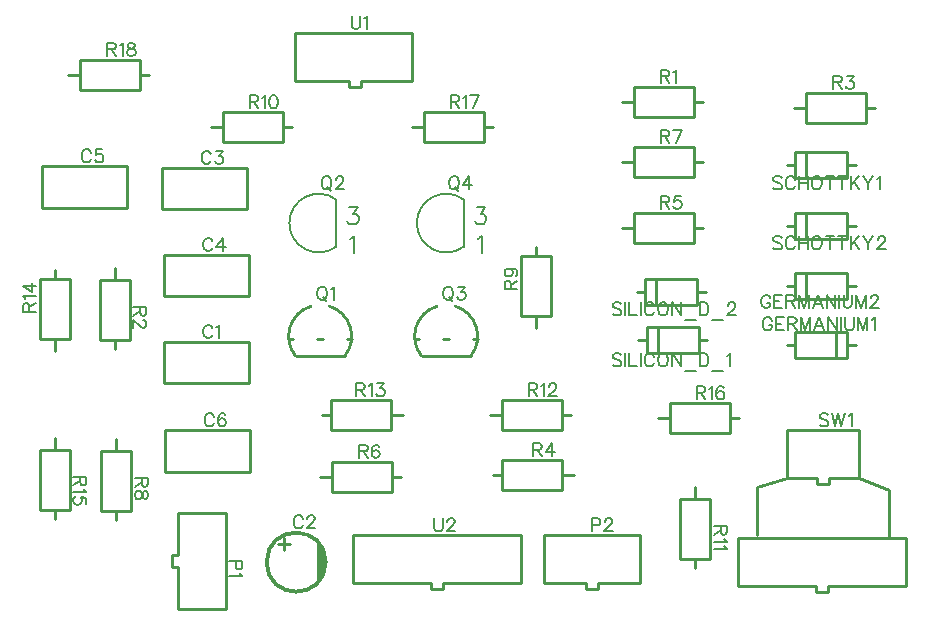
<source format=gto>
G04 Layer: TopSilkscreenLayer*
G04 EasyEDA v6.5.34, 2023-09-12 23:43:32*
G04 1e945d1d77d541fea1df0e41f1a3b175,2c7f107921f9494b8657ce3d0c88cbd9,10*
G04 Gerber Generator version 0.2*
G04 Scale: 100 percent, Rotated: No, Reflected: No *
G04 Dimensions in millimeters *
G04 leading zeros omitted , absolute positions ,4 integer and 5 decimal *
%FSLAX45Y45*%
%MOMM*%

%ADD10C,0.1524*%
%ADD11C,0.1499*%
%ADD12C,0.2540*%
%ADD13C,0.2007*%
%ADD14C,0.3000*%
%ADD15C,0.0113*%

%LPD*%
D10*
X7298943Y13218921D02*
G01*
X7288529Y13229336D01*
X7273036Y13234416D01*
X7252208Y13234416D01*
X7236713Y13229336D01*
X7226300Y13218921D01*
X7226300Y13208507D01*
X7231379Y13198094D01*
X7236713Y13192760D01*
X7247127Y13187679D01*
X7278370Y13177266D01*
X7288529Y13172186D01*
X7293863Y13166852D01*
X7298943Y13156437D01*
X7298943Y13140944D01*
X7288529Y13130529D01*
X7273036Y13125450D01*
X7252208Y13125450D01*
X7236713Y13130529D01*
X7226300Y13140944D01*
X7411211Y13208507D02*
G01*
X7406131Y13218921D01*
X7395718Y13229336D01*
X7385304Y13234416D01*
X7364475Y13234416D01*
X7354061Y13229336D01*
X7343647Y13218921D01*
X7338568Y13208507D01*
X7333234Y13192760D01*
X7333234Y13166852D01*
X7338568Y13151357D01*
X7343647Y13140944D01*
X7354061Y13130529D01*
X7364475Y13125450D01*
X7385304Y13125450D01*
X7395718Y13130529D01*
X7406131Y13140944D01*
X7411211Y13151357D01*
X7445502Y13234416D02*
G01*
X7445502Y13125450D01*
X7518400Y13234416D02*
G01*
X7518400Y13125450D01*
X7445502Y13182600D02*
G01*
X7518400Y13182600D01*
X7583677Y13234416D02*
G01*
X7573263Y13229336D01*
X7562850Y13218921D01*
X7557770Y13208507D01*
X7552690Y13192760D01*
X7552690Y13166852D01*
X7557770Y13151357D01*
X7562850Y13140944D01*
X7573263Y13130529D01*
X7583677Y13125450D01*
X7604506Y13125450D01*
X7614920Y13130529D01*
X7625334Y13140944D01*
X7630413Y13151357D01*
X7635747Y13166852D01*
X7635747Y13192760D01*
X7630413Y13208507D01*
X7625334Y13218921D01*
X7614920Y13229336D01*
X7604506Y13234416D01*
X7583677Y13234416D01*
X7706359Y13234416D02*
G01*
X7706359Y13125450D01*
X7670038Y13234416D02*
G01*
X7742681Y13234416D01*
X7813293Y13234416D02*
G01*
X7813293Y13125450D01*
X7776972Y13234416D02*
G01*
X7849870Y13234416D01*
X7884159Y13234416D02*
G01*
X7884159Y13125450D01*
X7956804Y13234416D02*
G01*
X7884159Y13161771D01*
X7910068Y13187679D02*
G01*
X7956804Y13125450D01*
X7991093Y13234416D02*
G01*
X8032750Y13182600D01*
X8032750Y13125450D01*
X8074152Y13234416D02*
G01*
X8032750Y13182600D01*
X8108441Y13213587D02*
G01*
X8118856Y13218921D01*
X8134350Y13234416D01*
X8134350Y13125450D01*
X7298943Y12710921D02*
G01*
X7288529Y12721336D01*
X7273036Y12726415D01*
X7252208Y12726415D01*
X7236713Y12721336D01*
X7226300Y12710921D01*
X7226300Y12700508D01*
X7231379Y12690094D01*
X7236713Y12684760D01*
X7247127Y12679679D01*
X7278370Y12669265D01*
X7288529Y12664186D01*
X7293863Y12658852D01*
X7298943Y12648437D01*
X7298943Y12632944D01*
X7288529Y12622529D01*
X7273036Y12617450D01*
X7252208Y12617450D01*
X7236713Y12622529D01*
X7226300Y12632944D01*
X7411211Y12700508D02*
G01*
X7406131Y12710921D01*
X7395718Y12721336D01*
X7385304Y12726415D01*
X7364475Y12726415D01*
X7354061Y12721336D01*
X7343647Y12710921D01*
X7338568Y12700508D01*
X7333234Y12684760D01*
X7333234Y12658852D01*
X7338568Y12643358D01*
X7343647Y12632944D01*
X7354061Y12622529D01*
X7364475Y12617450D01*
X7385304Y12617450D01*
X7395718Y12622529D01*
X7406131Y12632944D01*
X7411211Y12643358D01*
X7445502Y12726415D02*
G01*
X7445502Y12617450D01*
X7518400Y12726415D02*
G01*
X7518400Y12617450D01*
X7445502Y12674600D02*
G01*
X7518400Y12674600D01*
X7583677Y12726415D02*
G01*
X7573263Y12721336D01*
X7562850Y12710921D01*
X7557770Y12700508D01*
X7552690Y12684760D01*
X7552690Y12658852D01*
X7557770Y12643358D01*
X7562850Y12632944D01*
X7573263Y12622529D01*
X7583677Y12617450D01*
X7604506Y12617450D01*
X7614920Y12622529D01*
X7625334Y12632944D01*
X7630413Y12643358D01*
X7635747Y12658852D01*
X7635747Y12684760D01*
X7630413Y12700508D01*
X7625334Y12710921D01*
X7614920Y12721336D01*
X7604506Y12726415D01*
X7583677Y12726415D01*
X7706359Y12726415D02*
G01*
X7706359Y12617450D01*
X7670038Y12726415D02*
G01*
X7742681Y12726415D01*
X7813293Y12726415D02*
G01*
X7813293Y12617450D01*
X7776972Y12726415D02*
G01*
X7849870Y12726415D01*
X7884159Y12726415D02*
G01*
X7884159Y12617450D01*
X7956804Y12726415D02*
G01*
X7884159Y12653771D01*
X7910068Y12679679D02*
G01*
X7956804Y12617450D01*
X7991093Y12726415D02*
G01*
X8032750Y12674600D01*
X8032750Y12617450D01*
X8074152Y12726415D02*
G01*
X8032750Y12674600D01*
X8113775Y12700508D02*
G01*
X8113775Y12705587D01*
X8118856Y12716002D01*
X8124190Y12721336D01*
X8134350Y12726415D01*
X8155177Y12726415D01*
X8165591Y12721336D01*
X8170925Y12716002D01*
X8176006Y12705587D01*
X8176006Y12695174D01*
X8170925Y12684760D01*
X8160511Y12669265D01*
X8108441Y12617450D01*
X8181340Y12617450D01*
X3657600Y14593316D02*
G01*
X3657600Y14515337D01*
X3662679Y14499844D01*
X3673093Y14489429D01*
X3688841Y14484350D01*
X3699256Y14484350D01*
X3714750Y14489429D01*
X3725163Y14499844D01*
X3730243Y14515337D01*
X3730243Y14593316D01*
X3764534Y14572487D02*
G01*
X3774947Y14577821D01*
X3790695Y14593316D01*
X3790695Y14484350D01*
X2478277Y11951208D02*
G01*
X2472943Y11961621D01*
X2462529Y11972036D01*
X2452115Y11977115D01*
X2431541Y11977115D01*
X2421127Y11972036D01*
X2410713Y11961621D01*
X2405379Y11951208D01*
X2400300Y11935460D01*
X2400300Y11909552D01*
X2405379Y11894058D01*
X2410713Y11883644D01*
X2421127Y11873229D01*
X2431541Y11868150D01*
X2452115Y11868150D01*
X2462529Y11873229D01*
X2472943Y11883644D01*
X2478277Y11894058D01*
X2512568Y11956287D02*
G01*
X2522981Y11961621D01*
X2538475Y11977115D01*
X2538475Y11868150D01*
X3243325Y10338308D02*
G01*
X3238245Y10348721D01*
X3227831Y10359136D01*
X3217418Y10364215D01*
X3196590Y10364215D01*
X3186175Y10359136D01*
X3176015Y10348721D01*
X3170681Y10338308D01*
X3165602Y10322560D01*
X3165602Y10296652D01*
X3170681Y10281158D01*
X3176015Y10270744D01*
X3186175Y10260329D01*
X3196590Y10255250D01*
X3217418Y10255250D01*
X3227831Y10260329D01*
X3238245Y10270744D01*
X3243325Y10281158D01*
X3282950Y10338308D02*
G01*
X3282950Y10343387D01*
X3288029Y10353802D01*
X3293363Y10359136D01*
X3303777Y10364215D01*
X3324606Y10364215D01*
X3334765Y10359136D01*
X3340100Y10353802D01*
X3345179Y10343387D01*
X3345179Y10332974D01*
X3340100Y10322560D01*
X3329686Y10307065D01*
X3277615Y10255250D01*
X3350513Y10255250D01*
X2465577Y13424407D02*
G01*
X2460243Y13434821D01*
X2449829Y13445236D01*
X2439415Y13450316D01*
X2418841Y13450316D01*
X2408427Y13445236D01*
X2398013Y13434821D01*
X2392679Y13424407D01*
X2387600Y13408660D01*
X2387600Y13382752D01*
X2392679Y13367257D01*
X2398013Y13356844D01*
X2408427Y13346429D01*
X2418841Y13341350D01*
X2439415Y13341350D01*
X2449829Y13346429D01*
X2460243Y13356844D01*
X2465577Y13367257D01*
X2510281Y13450316D02*
G01*
X2567431Y13450316D01*
X2536190Y13408660D01*
X2551684Y13408660D01*
X2562097Y13403579D01*
X2567431Y13398500D01*
X2572511Y13382752D01*
X2572511Y13372337D01*
X2567431Y13356844D01*
X2557018Y13346429D01*
X2541270Y13341350D01*
X2525775Y13341350D01*
X2510281Y13346429D01*
X2504947Y13351510D01*
X2499868Y13361924D01*
X2478277Y12687808D02*
G01*
X2472943Y12698221D01*
X2462529Y12708636D01*
X2452115Y12713715D01*
X2431541Y12713715D01*
X2421127Y12708636D01*
X2410713Y12698221D01*
X2405379Y12687808D01*
X2400300Y12672060D01*
X2400300Y12646152D01*
X2405379Y12630658D01*
X2410713Y12620244D01*
X2421127Y12609829D01*
X2431541Y12604750D01*
X2452115Y12604750D01*
X2462529Y12609829D01*
X2472943Y12620244D01*
X2478277Y12630658D01*
X2564384Y12713715D02*
G01*
X2512568Y12641071D01*
X2590545Y12641071D01*
X2564384Y12713715D02*
G01*
X2564384Y12604750D01*
X1449578Y13437107D02*
G01*
X1444244Y13447521D01*
X1433829Y13457936D01*
X1423415Y13463016D01*
X1402842Y13463016D01*
X1392428Y13457936D01*
X1382013Y13447521D01*
X1376679Y13437107D01*
X1371600Y13421360D01*
X1371600Y13395452D01*
X1376679Y13379957D01*
X1382013Y13369544D01*
X1392428Y13359129D01*
X1402842Y13354050D01*
X1423415Y13354050D01*
X1433829Y13359129D01*
X1444244Y13369544D01*
X1449578Y13379957D01*
X1546097Y13463016D02*
G01*
X1494281Y13463016D01*
X1488947Y13416279D01*
X1494281Y13421360D01*
X1509776Y13426694D01*
X1525270Y13426694D01*
X1541018Y13421360D01*
X1551431Y13411200D01*
X1556512Y13395452D01*
X1556512Y13385037D01*
X1551431Y13369544D01*
X1541018Y13359129D01*
X1525270Y13354050D01*
X1509776Y13354050D01*
X1494281Y13359129D01*
X1488947Y13364210D01*
X1483868Y13374624D01*
X2490977Y11201908D02*
G01*
X2485643Y11212321D01*
X2475229Y11222736D01*
X2464815Y11227815D01*
X2444241Y11227815D01*
X2433827Y11222736D01*
X2423413Y11212321D01*
X2418079Y11201908D01*
X2413000Y11186160D01*
X2413000Y11160252D01*
X2418079Y11144758D01*
X2423413Y11134344D01*
X2433827Y11123929D01*
X2444241Y11118850D01*
X2464815Y11118850D01*
X2475229Y11123929D01*
X2485643Y11134344D01*
X2490977Y11144758D01*
X2587497Y11212321D02*
G01*
X2582418Y11222736D01*
X2566670Y11227815D01*
X2556256Y11227815D01*
X2540761Y11222736D01*
X2530347Y11206987D01*
X2525268Y11181079D01*
X2525268Y11155171D01*
X2530347Y11134344D01*
X2540761Y11123929D01*
X2556256Y11118850D01*
X2561590Y11118850D01*
X2577084Y11123929D01*
X2587497Y11134344D01*
X2592831Y11149837D01*
X2592831Y11155171D01*
X2587497Y11170665D01*
X2577084Y11181079D01*
X2561590Y11186160D01*
X2556256Y11186160D01*
X2540761Y11181079D01*
X2530347Y11170665D01*
X2525268Y11155171D01*
X7215377Y12014708D02*
G01*
X7210043Y12025121D01*
X7199629Y12035536D01*
X7189470Y12040615D01*
X7168641Y12040615D01*
X7158227Y12035536D01*
X7147813Y12025121D01*
X7142479Y12014708D01*
X7137400Y11998960D01*
X7137400Y11973052D01*
X7142479Y11957558D01*
X7147813Y11947144D01*
X7158227Y11936729D01*
X7168641Y11931650D01*
X7189470Y11931650D01*
X7199629Y11936729D01*
X7210043Y11947144D01*
X7215377Y11957558D01*
X7215377Y11973052D01*
X7189470Y11973052D02*
G01*
X7215377Y11973052D01*
X7249668Y12040615D02*
G01*
X7249668Y11931650D01*
X7249668Y12040615D02*
G01*
X7317231Y12040615D01*
X7249668Y11988800D02*
G01*
X7291070Y11988800D01*
X7249668Y11931650D02*
G01*
X7317231Y11931650D01*
X7351522Y12040615D02*
G01*
X7351522Y11931650D01*
X7351522Y12040615D02*
G01*
X7398258Y12040615D01*
X7413752Y12035536D01*
X7419086Y12030202D01*
X7424165Y12019787D01*
X7424165Y12009374D01*
X7419086Y11998960D01*
X7413752Y11993879D01*
X7398258Y11988800D01*
X7351522Y11988800D01*
X7387843Y11988800D02*
G01*
X7424165Y11931650D01*
X7458456Y12040615D02*
G01*
X7458456Y11931650D01*
X7458456Y12040615D02*
G01*
X7500111Y11931650D01*
X7541513Y12040615D02*
G01*
X7500111Y11931650D01*
X7541513Y12040615D02*
G01*
X7541513Y11931650D01*
X7617459Y12040615D02*
G01*
X7575804Y11931650D01*
X7617459Y12040615D02*
G01*
X7659115Y11931650D01*
X7591552Y11967971D02*
G01*
X7643368Y11967971D01*
X7693406Y12040615D02*
G01*
X7693406Y11931650D01*
X7693406Y12040615D02*
G01*
X7766050Y11931650D01*
X7766050Y12040615D02*
G01*
X7766050Y11931650D01*
X7800340Y12040615D02*
G01*
X7800340Y11931650D01*
X7834629Y12040615D02*
G01*
X7834629Y11962637D01*
X7839709Y11947144D01*
X7850124Y11936729D01*
X7865872Y11931650D01*
X7876286Y11931650D01*
X7891779Y11936729D01*
X7902193Y11947144D01*
X7907274Y11962637D01*
X7907274Y12040615D01*
X7941563Y12040615D02*
G01*
X7941563Y11931650D01*
X7941563Y12040615D02*
G01*
X7983220Y11931650D01*
X8024875Y12040615D02*
G01*
X7983220Y11931650D01*
X8024875Y12040615D02*
G01*
X8024875Y11931650D01*
X8059165Y12019787D02*
G01*
X8069579Y12025121D01*
X8085074Y12040615D01*
X8085074Y11931650D01*
X7202677Y12205208D02*
G01*
X7197343Y12215621D01*
X7186929Y12226036D01*
X7176770Y12231115D01*
X7155941Y12231115D01*
X7145527Y12226036D01*
X7135113Y12215621D01*
X7129779Y12205208D01*
X7124700Y12189460D01*
X7124700Y12163552D01*
X7129779Y12148058D01*
X7135113Y12137644D01*
X7145527Y12127229D01*
X7155941Y12122150D01*
X7176770Y12122150D01*
X7186929Y12127229D01*
X7197343Y12137644D01*
X7202677Y12148058D01*
X7202677Y12163552D01*
X7176770Y12163552D02*
G01*
X7202677Y12163552D01*
X7236968Y12231115D02*
G01*
X7236968Y12122150D01*
X7236968Y12231115D02*
G01*
X7304531Y12231115D01*
X7236968Y12179300D02*
G01*
X7278370Y12179300D01*
X7236968Y12122150D02*
G01*
X7304531Y12122150D01*
X7338822Y12231115D02*
G01*
X7338822Y12122150D01*
X7338822Y12231115D02*
G01*
X7385558Y12231115D01*
X7401052Y12226036D01*
X7406386Y12220702D01*
X7411465Y12210287D01*
X7411465Y12199874D01*
X7406386Y12189460D01*
X7401052Y12184379D01*
X7385558Y12179300D01*
X7338822Y12179300D01*
X7375143Y12179300D02*
G01*
X7411465Y12122150D01*
X7445756Y12231115D02*
G01*
X7445756Y12122150D01*
X7445756Y12231115D02*
G01*
X7487411Y12122150D01*
X7528813Y12231115D02*
G01*
X7487411Y12122150D01*
X7528813Y12231115D02*
G01*
X7528813Y12122150D01*
X7604759Y12231115D02*
G01*
X7563104Y12122150D01*
X7604759Y12231115D02*
G01*
X7646415Y12122150D01*
X7578852Y12158471D02*
G01*
X7630668Y12158471D01*
X7680706Y12231115D02*
G01*
X7680706Y12122150D01*
X7680706Y12231115D02*
G01*
X7753350Y12122150D01*
X7753350Y12231115D02*
G01*
X7753350Y12122150D01*
X7787640Y12231115D02*
G01*
X7787640Y12122150D01*
X7821929Y12231115D02*
G01*
X7821929Y12153137D01*
X7827009Y12137644D01*
X7837424Y12127229D01*
X7853172Y12122150D01*
X7863586Y12122150D01*
X7879079Y12127229D01*
X7889493Y12137644D01*
X7894574Y12153137D01*
X7894574Y12231115D01*
X7928863Y12231115D02*
G01*
X7928863Y12122150D01*
X7928863Y12231115D02*
G01*
X7970520Y12122150D01*
X8012175Y12231115D02*
G01*
X7970520Y12122150D01*
X8012175Y12231115D02*
G01*
X8012175Y12122150D01*
X8051545Y12205208D02*
G01*
X8051545Y12210287D01*
X8056879Y12220702D01*
X8061959Y12226036D01*
X8072374Y12231115D01*
X8093202Y12231115D01*
X8103615Y12226036D01*
X8108695Y12220702D01*
X8114029Y12210287D01*
X8114029Y12199874D01*
X8108695Y12189460D01*
X8098281Y12173965D01*
X8046465Y12122150D01*
X8119109Y12122150D01*
X2731515Y9982200D02*
G01*
X2622550Y9982200D01*
X2731515Y9982200D02*
G01*
X2731515Y9935463D01*
X2726436Y9919970D01*
X2721102Y9914636D01*
X2710688Y9909555D01*
X2695193Y9909555D01*
X2684779Y9914636D01*
X2679700Y9919970D01*
X2674365Y9935463D01*
X2674365Y9982200D01*
X2710688Y9875265D02*
G01*
X2716022Y9864852D01*
X2731515Y9849104D01*
X2622550Y9849104D01*
X5689600Y10338815D02*
G01*
X5689600Y10229850D01*
X5689600Y10338815D02*
G01*
X5736336Y10338815D01*
X5751829Y10333736D01*
X5757163Y10328402D01*
X5762243Y10317987D01*
X5762243Y10302494D01*
X5757163Y10292079D01*
X5751829Y10287000D01*
X5736336Y10281665D01*
X5689600Y10281665D01*
X5801868Y10312908D02*
G01*
X5801868Y10317987D01*
X5806947Y10328402D01*
X5812281Y10333736D01*
X5822695Y10338815D01*
X5843270Y10338815D01*
X5853684Y10333736D01*
X5859018Y10328402D01*
X5864097Y10317987D01*
X5864097Y10307574D01*
X5859018Y10297160D01*
X5848604Y10281665D01*
X5796534Y10229850D01*
X5869431Y10229850D01*
X3396741Y12300965D02*
G01*
X3386327Y12295886D01*
X3375913Y12285471D01*
X3370579Y12275058D01*
X3365500Y12259310D01*
X3365500Y12233402D01*
X3370579Y12217908D01*
X3375913Y12207494D01*
X3386327Y12197079D01*
X3396741Y12192000D01*
X3417570Y12192000D01*
X3427729Y12197079D01*
X3438143Y12207494D01*
X3443477Y12217908D01*
X3448558Y12233402D01*
X3448558Y12259310D01*
X3443477Y12275058D01*
X3438143Y12285471D01*
X3427729Y12295886D01*
X3417570Y12300965D01*
X3396741Y12300965D01*
X3412236Y12212574D02*
G01*
X3443477Y12181586D01*
X3482847Y12280137D02*
G01*
X3493261Y12285471D01*
X3509009Y12300965D01*
X3509009Y12192000D01*
X3434588Y13234416D02*
G01*
X3424427Y13229081D01*
X3414013Y13218921D01*
X3408679Y13208507D01*
X3403600Y13192760D01*
X3403600Y13166852D01*
X3408679Y13151357D01*
X3414013Y13140944D01*
X3424427Y13130529D01*
X3434588Y13125195D01*
X3455415Y13125195D01*
X3465829Y13130529D01*
X3476243Y13140944D01*
X3481577Y13151357D01*
X3486658Y13166852D01*
X3486658Y13192760D01*
X3481577Y13208507D01*
X3476243Y13218921D01*
X3465829Y13229081D01*
X3455415Y13234416D01*
X3434588Y13234416D01*
X3450336Y13146024D02*
G01*
X3481577Y13114781D01*
X3526027Y13208507D02*
G01*
X3526027Y13213587D01*
X3531361Y13224002D01*
X3536441Y13229081D01*
X3546856Y13234416D01*
X3567684Y13234416D01*
X3578097Y13229081D01*
X3583177Y13224002D01*
X3588511Y13213587D01*
X3588511Y13203174D01*
X3583177Y13192760D01*
X3573018Y13177266D01*
X3520947Y13125195D01*
X3593591Y13125195D01*
D11*
X3644900Y12703810D02*
G01*
X3658615Y12710668D01*
X3678936Y12730987D01*
X3678936Y12587731D01*
X3635756Y12972287D02*
G01*
X3710686Y12972287D01*
X3669791Y12917678D01*
X3690365Y12917678D01*
X3703827Y12911074D01*
X3710686Y12904215D01*
X3717543Y12883642D01*
X3717543Y12869926D01*
X3710686Y12849605D01*
X3697224Y12835889D01*
X3676650Y12829031D01*
X3656075Y12829031D01*
X3635756Y12835889D01*
X3628897Y12842747D01*
X3622040Y12856463D01*
D10*
X4463541Y12300965D02*
G01*
X4453127Y12295886D01*
X4442713Y12285471D01*
X4437379Y12275058D01*
X4432300Y12259310D01*
X4432300Y12233402D01*
X4437379Y12217908D01*
X4442713Y12207494D01*
X4453127Y12197079D01*
X4463541Y12192000D01*
X4484370Y12192000D01*
X4494529Y12197079D01*
X4504943Y12207494D01*
X4510277Y12217908D01*
X4515358Y12233402D01*
X4515358Y12259310D01*
X4510277Y12275058D01*
X4504943Y12285471D01*
X4494529Y12295886D01*
X4484370Y12300965D01*
X4463541Y12300965D01*
X4479036Y12212574D02*
G01*
X4510277Y12181586D01*
X4560061Y12300965D02*
G01*
X4617211Y12300965D01*
X4585970Y12259310D01*
X4601718Y12259310D01*
X4612131Y12254229D01*
X4617211Y12249150D01*
X4622545Y12233402D01*
X4622545Y12222987D01*
X4617211Y12207494D01*
X4606797Y12197079D01*
X4591304Y12192000D01*
X4575809Y12192000D01*
X4560061Y12197079D01*
X4554981Y12202160D01*
X4549647Y12212574D01*
X4514088Y13234416D02*
G01*
X4503927Y13229081D01*
X4493513Y13218921D01*
X4488179Y13208507D01*
X4483100Y13192760D01*
X4483100Y13166852D01*
X4488179Y13151357D01*
X4493513Y13140944D01*
X4503927Y13130529D01*
X4514088Y13125195D01*
X4534915Y13125195D01*
X4545329Y13130529D01*
X4555743Y13140944D01*
X4561077Y13151357D01*
X4566158Y13166852D01*
X4566158Y13192760D01*
X4561077Y13208507D01*
X4555743Y13218921D01*
X4545329Y13229081D01*
X4534915Y13234416D01*
X4514088Y13234416D01*
X4529836Y13146024D02*
G01*
X4561077Y13114781D01*
X4652518Y13234416D02*
G01*
X4600447Y13161771D01*
X4678425Y13161771D01*
X4652518Y13234416D02*
G01*
X4652518Y13125195D01*
D11*
X4724400Y12703810D02*
G01*
X4738115Y12710668D01*
X4758436Y12730987D01*
X4758436Y12587731D01*
X4715256Y12972287D02*
G01*
X4790186Y12972287D01*
X4749291Y12917678D01*
X4769865Y12917678D01*
X4783327Y12911074D01*
X4790186Y12904215D01*
X4797043Y12883642D01*
X4797043Y12869926D01*
X4790186Y12849605D01*
X4776724Y12835889D01*
X4756150Y12829031D01*
X4735575Y12829031D01*
X4715256Y12835889D01*
X4708397Y12842747D01*
X4701540Y12856463D01*
D10*
X6273800Y14136116D02*
G01*
X6273800Y14027150D01*
X6273800Y14136116D02*
G01*
X6320536Y14136116D01*
X6336029Y14131036D01*
X6341363Y14125702D01*
X6346443Y14115287D01*
X6346443Y14104874D01*
X6341363Y14094460D01*
X6336029Y14089379D01*
X6320536Y14084300D01*
X6273800Y14084300D01*
X6310122Y14084300D02*
G01*
X6346443Y14027150D01*
X6380734Y14115287D02*
G01*
X6391147Y14120621D01*
X6406895Y14136116D01*
X6406895Y14027150D01*
X1918715Y12128500D02*
G01*
X1809750Y12128500D01*
X1918715Y12128500D02*
G01*
X1918715Y12081763D01*
X1913636Y12066270D01*
X1908302Y12060936D01*
X1897887Y12055855D01*
X1887473Y12055855D01*
X1877060Y12060936D01*
X1871979Y12066270D01*
X1866900Y12081763D01*
X1866900Y12128500D01*
X1866900Y12092178D02*
G01*
X1809750Y12055855D01*
X1892807Y12016231D02*
G01*
X1897887Y12016231D01*
X1908302Y12011152D01*
X1913636Y12005818D01*
X1918715Y11995404D01*
X1918715Y11974829D01*
X1913636Y11964415D01*
X1908302Y11959081D01*
X1897887Y11954002D01*
X1887473Y11954002D01*
X1877060Y11959081D01*
X1861565Y11969495D01*
X1809750Y12021565D01*
X1809750Y11948668D01*
X7734300Y14085316D02*
G01*
X7734300Y13976350D01*
X7734300Y14085316D02*
G01*
X7781036Y14085316D01*
X7796529Y14080236D01*
X7801863Y14074902D01*
X7806943Y14064487D01*
X7806943Y14054074D01*
X7801863Y14043660D01*
X7796529Y14038579D01*
X7781036Y14033500D01*
X7734300Y14033500D01*
X7770622Y14033500D02*
G01*
X7806943Y13976350D01*
X7851647Y14085316D02*
G01*
X7908797Y14085316D01*
X7877809Y14043660D01*
X7893304Y14043660D01*
X7903718Y14038579D01*
X7908797Y14033500D01*
X7914131Y14017752D01*
X7914131Y14007337D01*
X7908797Y13991844D01*
X7898384Y13981429D01*
X7882890Y13976350D01*
X7867395Y13976350D01*
X7851647Y13981429D01*
X7846568Y13986510D01*
X7841234Y13996924D01*
X5194300Y10973815D02*
G01*
X5194300Y10864850D01*
X5194300Y10973815D02*
G01*
X5241036Y10973815D01*
X5256529Y10968736D01*
X5261863Y10963402D01*
X5266943Y10952987D01*
X5266943Y10942574D01*
X5261863Y10932160D01*
X5256529Y10927079D01*
X5241036Y10922000D01*
X5194300Y10922000D01*
X5230622Y10922000D02*
G01*
X5266943Y10864850D01*
X5353304Y10973815D02*
G01*
X5301234Y10901171D01*
X5379211Y10901171D01*
X5353304Y10973815D02*
G01*
X5353304Y10864850D01*
X6273800Y13069315D02*
G01*
X6273800Y12960350D01*
X6273800Y13069315D02*
G01*
X6320536Y13069315D01*
X6336029Y13064236D01*
X6341363Y13058902D01*
X6346443Y13048487D01*
X6346443Y13038074D01*
X6341363Y13027660D01*
X6336029Y13022579D01*
X6320536Y13017500D01*
X6273800Y13017500D01*
X6310122Y13017500D02*
G01*
X6346443Y12960350D01*
X6443218Y13069315D02*
G01*
X6391147Y13069315D01*
X6386068Y13022579D01*
X6391147Y13027660D01*
X6406895Y13032994D01*
X6422390Y13032994D01*
X6437884Y13027660D01*
X6448297Y13017500D01*
X6453631Y13001752D01*
X6453631Y12991337D01*
X6448297Y12975844D01*
X6437884Y12965429D01*
X6422390Y12960350D01*
X6406895Y12960350D01*
X6391147Y12965429D01*
X6386068Y12970510D01*
X6380734Y12980924D01*
X3721100Y10961115D02*
G01*
X3721100Y10852150D01*
X3721100Y10961115D02*
G01*
X3767836Y10961115D01*
X3783329Y10956036D01*
X3788663Y10950702D01*
X3793743Y10940287D01*
X3793743Y10929874D01*
X3788663Y10919460D01*
X3783329Y10914379D01*
X3767836Y10909300D01*
X3721100Y10909300D01*
X3757422Y10909300D02*
G01*
X3793743Y10852150D01*
X3890518Y10945621D02*
G01*
X3885184Y10956036D01*
X3869690Y10961115D01*
X3859275Y10961115D01*
X3843781Y10956036D01*
X3833368Y10940287D01*
X3828034Y10914379D01*
X3828034Y10888471D01*
X3833368Y10867644D01*
X3843781Y10857229D01*
X3859275Y10852150D01*
X3864609Y10852150D01*
X3880104Y10857229D01*
X3890518Y10867644D01*
X3895597Y10883137D01*
X3895597Y10888471D01*
X3890518Y10903965D01*
X3880104Y10914379D01*
X3864609Y10919460D01*
X3859275Y10919460D01*
X3843781Y10914379D01*
X3833368Y10903965D01*
X3828034Y10888471D01*
X6273800Y13628116D02*
G01*
X6273800Y13519150D01*
X6273800Y13628116D02*
G01*
X6320536Y13628116D01*
X6336029Y13623036D01*
X6341363Y13617702D01*
X6346443Y13607287D01*
X6346443Y13596874D01*
X6341363Y13586460D01*
X6336029Y13581379D01*
X6320536Y13576300D01*
X6273800Y13576300D01*
X6310122Y13576300D02*
G01*
X6346443Y13519150D01*
X6453631Y13628116D02*
G01*
X6401561Y13519150D01*
X6380734Y13628116D02*
G01*
X6453631Y13628116D01*
X1931415Y10680700D02*
G01*
X1822450Y10680700D01*
X1931415Y10680700D02*
G01*
X1931415Y10633963D01*
X1926336Y10618470D01*
X1921002Y10613136D01*
X1910587Y10608055D01*
X1900173Y10608055D01*
X1889760Y10613136D01*
X1884679Y10618470D01*
X1879600Y10633963D01*
X1879600Y10680700D01*
X1879600Y10644378D02*
G01*
X1822450Y10608055D01*
X1931415Y10547604D02*
G01*
X1926336Y10563352D01*
X1915921Y10568431D01*
X1905507Y10568431D01*
X1895094Y10563352D01*
X1889760Y10552937D01*
X1884679Y10532110D01*
X1879600Y10516615D01*
X1869186Y10506202D01*
X1858771Y10500868D01*
X1843023Y10500868D01*
X1832610Y10506202D01*
X1827529Y10511281D01*
X1822450Y10527029D01*
X1822450Y10547604D01*
X1827529Y10563352D01*
X1832610Y10568431D01*
X1843023Y10573765D01*
X1858771Y10573765D01*
X1869186Y10568431D01*
X1879600Y10558018D01*
X1884679Y10542524D01*
X1889760Y10521695D01*
X1895094Y10511281D01*
X1905507Y10506202D01*
X1915921Y10506202D01*
X1926336Y10511281D01*
X1931415Y10527029D01*
X1931415Y10547604D01*
X4951984Y12280900D02*
G01*
X5060950Y12280900D01*
X4951984Y12280900D02*
G01*
X4951984Y12327636D01*
X4957063Y12343129D01*
X4962397Y12348463D01*
X4972811Y12353544D01*
X4983225Y12353544D01*
X4993640Y12348463D01*
X4998720Y12343129D01*
X5003800Y12327636D01*
X5003800Y12280900D01*
X5003800Y12317221D02*
G01*
X5060950Y12353544D01*
X4988306Y12455397D02*
G01*
X5003800Y12450318D01*
X5014213Y12439904D01*
X5019547Y12424410D01*
X5019547Y12419076D01*
X5014213Y12403581D01*
X5003800Y12393168D01*
X4988306Y12387834D01*
X4983225Y12387834D01*
X4967477Y12393168D01*
X4957063Y12403581D01*
X4951984Y12419076D01*
X4951984Y12424410D01*
X4957063Y12439904D01*
X4967477Y12450318D01*
X4988306Y12455397D01*
X5014213Y12455397D01*
X5040375Y12450318D01*
X5055870Y12439904D01*
X5060950Y12424410D01*
X5060950Y12413995D01*
X5055870Y12398247D01*
X5045456Y12393168D01*
X2794000Y13920216D02*
G01*
X2794000Y13811250D01*
X2794000Y13920216D02*
G01*
X2840736Y13920216D01*
X2856229Y13915136D01*
X2861563Y13909802D01*
X2866643Y13899387D01*
X2866643Y13888974D01*
X2861563Y13878560D01*
X2856229Y13873479D01*
X2840736Y13868400D01*
X2794000Y13868400D01*
X2830322Y13868400D02*
G01*
X2866643Y13811250D01*
X2900934Y13899387D02*
G01*
X2911347Y13904721D01*
X2927095Y13920216D01*
X2927095Y13811250D01*
X2992374Y13920216D02*
G01*
X2976879Y13915136D01*
X2966465Y13899387D01*
X2961386Y13873479D01*
X2961386Y13857986D01*
X2966465Y13831824D01*
X2976879Y13816329D01*
X2992374Y13811250D01*
X3002788Y13811250D01*
X3018536Y13816329D01*
X3028950Y13831824D01*
X3034029Y13857986D01*
X3034029Y13873479D01*
X3028950Y13899387D01*
X3018536Y13915136D01*
X3002788Y13920216D01*
X2992374Y13920216D01*
X6833615Y10274300D02*
G01*
X6724650Y10274300D01*
X6833615Y10274300D02*
G01*
X6833615Y10227563D01*
X6828536Y10212070D01*
X6823202Y10206736D01*
X6812788Y10201655D01*
X6802374Y10201655D01*
X6791959Y10206736D01*
X6786879Y10212070D01*
X6781800Y10227563D01*
X6781800Y10274300D01*
X6781800Y10237978D02*
G01*
X6724650Y10201655D01*
X6812788Y10167365D02*
G01*
X6818122Y10156952D01*
X6833615Y10141204D01*
X6724650Y10141204D01*
X6812788Y10106913D02*
G01*
X6818122Y10096500D01*
X6833615Y10081005D01*
X6724650Y10081005D01*
X5156200Y11481815D02*
G01*
X5156200Y11372850D01*
X5156200Y11481815D02*
G01*
X5202936Y11481815D01*
X5218429Y11476736D01*
X5223763Y11471402D01*
X5228843Y11460987D01*
X5228843Y11450574D01*
X5223763Y11440160D01*
X5218429Y11435079D01*
X5202936Y11430000D01*
X5156200Y11430000D01*
X5192522Y11430000D02*
G01*
X5228843Y11372850D01*
X5263134Y11460987D02*
G01*
X5273547Y11466321D01*
X5289295Y11481815D01*
X5289295Y11372850D01*
X5328665Y11455908D02*
G01*
X5328665Y11460987D01*
X5334000Y11471402D01*
X5339079Y11476736D01*
X5349493Y11481815D01*
X5370322Y11481815D01*
X5380736Y11476736D01*
X5385815Y11471402D01*
X5391150Y11460987D01*
X5391150Y11450574D01*
X5385815Y11440160D01*
X5375402Y11424665D01*
X5323586Y11372850D01*
X5396229Y11372850D01*
X3695700Y11481815D02*
G01*
X3695700Y11372850D01*
X3695700Y11481815D02*
G01*
X3742436Y11481815D01*
X3757929Y11476736D01*
X3763263Y11471402D01*
X3768343Y11460987D01*
X3768343Y11450574D01*
X3763263Y11440160D01*
X3757929Y11435079D01*
X3742436Y11430000D01*
X3695700Y11430000D01*
X3732022Y11430000D02*
G01*
X3768343Y11372850D01*
X3802634Y11460987D02*
G01*
X3813047Y11466321D01*
X3828795Y11481815D01*
X3828795Y11372850D01*
X3873500Y11481815D02*
G01*
X3930650Y11481815D01*
X3899408Y11440160D01*
X3914902Y11440160D01*
X3925315Y11435079D01*
X3930650Y11430000D01*
X3935729Y11414252D01*
X3935729Y11403837D01*
X3930650Y11388344D01*
X3920236Y11377929D01*
X3904488Y11372850D01*
X3888993Y11372850D01*
X3873500Y11377929D01*
X3868165Y11383010D01*
X3863086Y11393424D01*
X875284Y12090400D02*
G01*
X984250Y12090400D01*
X875284Y12090400D02*
G01*
X875284Y12137136D01*
X880363Y12152629D01*
X885697Y12157963D01*
X896112Y12163044D01*
X906526Y12163044D01*
X916939Y12157963D01*
X922020Y12152629D01*
X927100Y12137136D01*
X927100Y12090400D01*
X927100Y12126721D02*
G01*
X984250Y12163044D01*
X896112Y12197334D02*
G01*
X890778Y12207747D01*
X875284Y12223495D01*
X984250Y12223495D01*
X875284Y12309602D02*
G01*
X947928Y12257786D01*
X947928Y12335510D01*
X875284Y12309602D02*
G01*
X984250Y12309602D01*
X1410715Y10693400D02*
G01*
X1301750Y10693400D01*
X1410715Y10693400D02*
G01*
X1410715Y10646663D01*
X1405636Y10631170D01*
X1400302Y10625836D01*
X1389887Y10620755D01*
X1379473Y10620755D01*
X1369060Y10625836D01*
X1363979Y10631170D01*
X1358900Y10646663D01*
X1358900Y10693400D01*
X1358900Y10657078D02*
G01*
X1301750Y10620755D01*
X1389887Y10586465D02*
G01*
X1395221Y10576052D01*
X1410715Y10560304D01*
X1301750Y10560304D01*
X1410715Y10463784D02*
G01*
X1410715Y10515600D01*
X1363979Y10520934D01*
X1369060Y10515600D01*
X1374394Y10500105D01*
X1374394Y10484612D01*
X1369060Y10468863D01*
X1358900Y10458450D01*
X1343152Y10453370D01*
X1332737Y10453370D01*
X1317244Y10458450D01*
X1306829Y10468863D01*
X1301750Y10484612D01*
X1301750Y10500105D01*
X1306829Y10515600D01*
X1311910Y10520934D01*
X1322323Y10526013D01*
X6578600Y11456415D02*
G01*
X6578600Y11347450D01*
X6578600Y11456415D02*
G01*
X6625336Y11456415D01*
X6640829Y11451336D01*
X6646163Y11446002D01*
X6651243Y11435587D01*
X6651243Y11425174D01*
X6646163Y11414760D01*
X6640829Y11409679D01*
X6625336Y11404600D01*
X6578600Y11404600D01*
X6614922Y11404600D02*
G01*
X6651243Y11347450D01*
X6685534Y11435587D02*
G01*
X6695947Y11440921D01*
X6711695Y11456415D01*
X6711695Y11347450D01*
X6808215Y11440921D02*
G01*
X6803136Y11451336D01*
X6787388Y11456415D01*
X6776974Y11456415D01*
X6761479Y11451336D01*
X6751065Y11435587D01*
X6745986Y11409679D01*
X6745986Y11383771D01*
X6751065Y11362944D01*
X6761479Y11352529D01*
X6776974Y11347450D01*
X6782308Y11347450D01*
X6797802Y11352529D01*
X6808215Y11362944D01*
X6813550Y11378437D01*
X6813550Y11383771D01*
X6808215Y11399265D01*
X6797802Y11409679D01*
X6782308Y11414760D01*
X6776974Y11414760D01*
X6761479Y11409679D01*
X6751065Y11399265D01*
X6745986Y11383771D01*
X4495800Y13920216D02*
G01*
X4495800Y13811250D01*
X4495800Y13920216D02*
G01*
X4542536Y13920216D01*
X4558029Y13915136D01*
X4563363Y13909802D01*
X4568443Y13899387D01*
X4568443Y13888974D01*
X4563363Y13878560D01*
X4558029Y13873479D01*
X4542536Y13868400D01*
X4495800Y13868400D01*
X4532122Y13868400D02*
G01*
X4568443Y13811250D01*
X4602734Y13899387D02*
G01*
X4613147Y13904721D01*
X4628895Y13920216D01*
X4628895Y13811250D01*
X4735829Y13920216D02*
G01*
X4683759Y13811250D01*
X4663186Y13920216D02*
G01*
X4735829Y13920216D01*
X1587500Y14364716D02*
G01*
X1587500Y14255750D01*
X1587500Y14364716D02*
G01*
X1634236Y14364716D01*
X1649729Y14359636D01*
X1655063Y14354302D01*
X1660144Y14343887D01*
X1660144Y14333474D01*
X1655063Y14323060D01*
X1649729Y14317979D01*
X1634236Y14312900D01*
X1587500Y14312900D01*
X1623821Y14312900D02*
G01*
X1660144Y14255750D01*
X1694434Y14343887D02*
G01*
X1704847Y14349221D01*
X1720595Y14364716D01*
X1720595Y14255750D01*
X1780794Y14364716D02*
G01*
X1765300Y14359636D01*
X1759965Y14349221D01*
X1759965Y14338807D01*
X1765300Y14328394D01*
X1775460Y14323060D01*
X1796287Y14317979D01*
X1812036Y14312900D01*
X1822450Y14302486D01*
X1827529Y14292071D01*
X1827529Y14276324D01*
X1822450Y14265910D01*
X1817115Y14260829D01*
X1801621Y14255750D01*
X1780794Y14255750D01*
X1765300Y14260829D01*
X1759965Y14265910D01*
X1754886Y14276324D01*
X1754886Y14292071D01*
X1759965Y14302486D01*
X1770379Y14312900D01*
X1785873Y14317979D01*
X1806702Y14323060D01*
X1817115Y14328394D01*
X1822450Y14338807D01*
X1822450Y14349221D01*
X1817115Y14359636D01*
X1801621Y14364716D01*
X1780794Y14364716D01*
X5940043Y11720321D02*
G01*
X5929629Y11730736D01*
X5914136Y11735815D01*
X5893308Y11735815D01*
X5877813Y11730736D01*
X5867400Y11720321D01*
X5867400Y11709908D01*
X5872479Y11699494D01*
X5877813Y11694160D01*
X5888227Y11689079D01*
X5919470Y11678665D01*
X5929629Y11673586D01*
X5934963Y11668252D01*
X5940043Y11657837D01*
X5940043Y11642344D01*
X5929629Y11631929D01*
X5914136Y11626850D01*
X5893308Y11626850D01*
X5877813Y11631929D01*
X5867400Y11642344D01*
X5974334Y11735815D02*
G01*
X5974334Y11626850D01*
X6008624Y11735815D02*
G01*
X6008624Y11626850D01*
X6008624Y11626850D02*
G01*
X6071108Y11626850D01*
X6105397Y11735815D02*
G01*
X6105397Y11626850D01*
X6217665Y11709908D02*
G01*
X6212331Y11720321D01*
X6201918Y11730736D01*
X6191504Y11735815D01*
X6170929Y11735815D01*
X6160515Y11730736D01*
X6150102Y11720321D01*
X6144768Y11709908D01*
X6139688Y11694160D01*
X6139688Y11668252D01*
X6144768Y11652758D01*
X6150102Y11642344D01*
X6160515Y11631929D01*
X6170929Y11626850D01*
X6191504Y11626850D01*
X6201918Y11631929D01*
X6212331Y11642344D01*
X6217665Y11652758D01*
X6282943Y11735815D02*
G01*
X6272529Y11730736D01*
X6262370Y11720321D01*
X6257036Y11709908D01*
X6251956Y11694160D01*
X6251956Y11668252D01*
X6257036Y11652758D01*
X6262370Y11642344D01*
X6272529Y11631929D01*
X6282943Y11626850D01*
X6303772Y11626850D01*
X6314186Y11631929D01*
X6324600Y11642344D01*
X6329679Y11652758D01*
X6335013Y11668252D01*
X6335013Y11694160D01*
X6329679Y11709908D01*
X6324600Y11720321D01*
X6314186Y11730736D01*
X6303772Y11735815D01*
X6282943Y11735815D01*
X6369304Y11735815D02*
G01*
X6369304Y11626850D01*
X6369304Y11735815D02*
G01*
X6441947Y11626850D01*
X6441947Y11735815D02*
G01*
X6441947Y11626850D01*
X6476238Y11590274D02*
G01*
X6569709Y11590274D01*
X6604000Y11735815D02*
G01*
X6604000Y11626850D01*
X6604000Y11735815D02*
G01*
X6640575Y11735815D01*
X6656070Y11730736D01*
X6666484Y11720321D01*
X6671563Y11709908D01*
X6676897Y11694160D01*
X6676897Y11668252D01*
X6671563Y11652758D01*
X6666484Y11642344D01*
X6656070Y11631929D01*
X6640575Y11626850D01*
X6604000Y11626850D01*
X6711188Y11590274D02*
G01*
X6804659Y11590274D01*
X6838950Y11714987D02*
G01*
X6849363Y11720321D01*
X6864858Y11735815D01*
X6864858Y11626850D01*
X5940043Y12152121D02*
G01*
X5929629Y12162536D01*
X5914136Y12167615D01*
X5893308Y12167615D01*
X5877813Y12162536D01*
X5867400Y12152121D01*
X5867400Y12141708D01*
X5872479Y12131294D01*
X5877813Y12125960D01*
X5888227Y12120879D01*
X5919470Y12110465D01*
X5929629Y12105386D01*
X5934963Y12100052D01*
X5940043Y12089637D01*
X5940043Y12074144D01*
X5929629Y12063729D01*
X5914136Y12058650D01*
X5893308Y12058650D01*
X5877813Y12063729D01*
X5867400Y12074144D01*
X5974334Y12167615D02*
G01*
X5974334Y12058650D01*
X6008624Y12167615D02*
G01*
X6008624Y12058650D01*
X6008624Y12058650D02*
G01*
X6071108Y12058650D01*
X6105397Y12167615D02*
G01*
X6105397Y12058650D01*
X6217665Y12141708D02*
G01*
X6212331Y12152121D01*
X6201918Y12162536D01*
X6191504Y12167615D01*
X6170929Y12167615D01*
X6160515Y12162536D01*
X6150102Y12152121D01*
X6144768Y12141708D01*
X6139688Y12125960D01*
X6139688Y12100052D01*
X6144768Y12084558D01*
X6150102Y12074144D01*
X6160515Y12063729D01*
X6170929Y12058650D01*
X6191504Y12058650D01*
X6201918Y12063729D01*
X6212331Y12074144D01*
X6217665Y12084558D01*
X6282943Y12167615D02*
G01*
X6272529Y12162536D01*
X6262370Y12152121D01*
X6257036Y12141708D01*
X6251956Y12125960D01*
X6251956Y12100052D01*
X6257036Y12084558D01*
X6262370Y12074144D01*
X6272529Y12063729D01*
X6282943Y12058650D01*
X6303772Y12058650D01*
X6314186Y12063729D01*
X6324600Y12074144D01*
X6329679Y12084558D01*
X6335013Y12100052D01*
X6335013Y12125960D01*
X6329679Y12141708D01*
X6324600Y12152121D01*
X6314186Y12162536D01*
X6303772Y12167615D01*
X6282943Y12167615D01*
X6369304Y12167615D02*
G01*
X6369304Y12058650D01*
X6369304Y12167615D02*
G01*
X6441947Y12058650D01*
X6441947Y12167615D02*
G01*
X6441947Y12058650D01*
X6476238Y12022074D02*
G01*
X6569709Y12022074D01*
X6604000Y12167615D02*
G01*
X6604000Y12058650D01*
X6604000Y12167615D02*
G01*
X6640575Y12167615D01*
X6656070Y12162536D01*
X6666484Y12152121D01*
X6671563Y12141708D01*
X6676897Y12125960D01*
X6676897Y12100052D01*
X6671563Y12084558D01*
X6666484Y12074144D01*
X6656070Y12063729D01*
X6640575Y12058650D01*
X6604000Y12058650D01*
X6711188Y12022074D02*
G01*
X6804659Y12022074D01*
X6844029Y12141708D02*
G01*
X6844029Y12146787D01*
X6849363Y12157202D01*
X6854443Y12162536D01*
X6864858Y12167615D01*
X6885686Y12167615D01*
X6896100Y12162536D01*
X6901179Y12157202D01*
X6906513Y12146787D01*
X6906513Y12136374D01*
X6901179Y12125960D01*
X6891020Y12110465D01*
X6838950Y12058650D01*
X6911593Y12058650D01*
X7692643Y11212321D02*
G01*
X7682229Y11222736D01*
X7666736Y11227815D01*
X7645908Y11227815D01*
X7630413Y11222736D01*
X7620000Y11212321D01*
X7620000Y11201908D01*
X7625079Y11191494D01*
X7630413Y11186160D01*
X7640827Y11181079D01*
X7672070Y11170665D01*
X7682229Y11165586D01*
X7687563Y11160252D01*
X7692643Y11149837D01*
X7692643Y11134344D01*
X7682229Y11123929D01*
X7666736Y11118850D01*
X7645908Y11118850D01*
X7630413Y11123929D01*
X7620000Y11134344D01*
X7726934Y11227815D02*
G01*
X7753095Y11118850D01*
X7779004Y11227815D02*
G01*
X7753095Y11118850D01*
X7779004Y11227815D02*
G01*
X7804911Y11118850D01*
X7830820Y11227815D02*
G01*
X7804911Y11118850D01*
X7865109Y11206987D02*
G01*
X7875524Y11212321D01*
X7891272Y11227815D01*
X7891272Y11118850D01*
X4356100Y10338815D02*
G01*
X4356100Y10260837D01*
X4361179Y10245344D01*
X4371593Y10234929D01*
X4387341Y10229850D01*
X4397756Y10229850D01*
X4413250Y10234929D01*
X4423663Y10245344D01*
X4428743Y10260837D01*
X4428743Y10338815D01*
X4468368Y10312908D02*
G01*
X4468368Y10317987D01*
X4473447Y10328402D01*
X4478781Y10333736D01*
X4489195Y10338815D01*
X4509770Y10338815D01*
X4520184Y10333736D01*
X4525518Y10328402D01*
X4530597Y10317987D01*
X4530597Y10307574D01*
X4525518Y10297160D01*
X4515104Y10281665D01*
X4463034Y10229850D01*
X4535931Y10229850D01*
G36*
X3367227Y10134600D02*
G01*
X3367227Y9804400D01*
X3376777Y9814153D01*
X3385769Y9824415D01*
X3394151Y9835235D01*
X3401872Y9846513D01*
X3408883Y9858248D01*
X3415182Y9870389D01*
X3420719Y9882886D01*
X3425545Y9895687D01*
X3429558Y9908743D01*
X3432810Y9922002D01*
X3435248Y9935464D01*
X3436874Y9949027D01*
X3437686Y9962642D01*
X3437686Y9976358D01*
X3436874Y9989972D01*
X3435248Y10003536D01*
X3432810Y10016998D01*
X3429558Y10030256D01*
X3425545Y10043312D01*
X3420719Y10056114D01*
X3415182Y10068610D01*
X3408883Y10080752D01*
X3401872Y10092486D01*
X3394151Y10103764D01*
X3385769Y10114584D01*
X3376777Y10124846D01*
G37*
D12*
X7412700Y13335142D02*
G01*
X7340600Y13335142D01*
X7852699Y13334888D02*
G01*
X7924800Y13334888D01*
X7506639Y13444999D02*
G01*
X7506639Y13225000D01*
X7852699Y13444999D02*
G01*
X7852699Y13225000D01*
X7412700Y13444999D02*
G01*
X7412700Y13225000D01*
X7412700Y13225000D02*
G01*
X7852699Y13225000D01*
X7412700Y13444999D02*
G01*
X7852699Y13444999D01*
X7412700Y12814442D02*
G01*
X7340600Y12814442D01*
X7852699Y12814188D02*
G01*
X7924800Y12814188D01*
X7506639Y12924299D02*
G01*
X7506639Y12704300D01*
X7852699Y12924299D02*
G01*
X7852699Y12704300D01*
X7412700Y12924299D02*
G01*
X7412700Y12704300D01*
X7412700Y12704300D02*
G01*
X7852699Y12704300D01*
X7412700Y12924299D02*
G01*
X7852699Y12924299D01*
X4165597Y14046200D02*
G01*
X3733800Y14046200D01*
X3632200Y14046200D02*
G01*
X3175000Y14046200D01*
X3632200Y13995400D02*
G01*
X3632200Y14046200D01*
X3733800Y14046200D02*
G01*
X3733800Y13995400D01*
X3733800Y13995400D02*
G01*
X3632200Y13995400D01*
X3175000Y14452600D02*
G01*
X4165597Y14452600D01*
X4165597Y14046200D02*
G01*
X4165597Y14452600D01*
X3175000Y14046200D02*
G01*
X3175000Y14452600D01*
X2065703Y11833603D02*
G01*
X2785696Y11833600D01*
X2785696Y11833603D02*
G01*
X2785696Y11483599D01*
X2785696Y11483596D02*
G01*
X2065703Y11483599D01*
X2065703Y11483596D02*
G01*
X2065703Y11833600D01*
X3036188Y10119487D02*
G01*
X3137788Y10119487D01*
X3087801Y10169499D02*
G01*
X3087801Y10067899D01*
X2053003Y13306803D02*
G01*
X2772996Y13306800D01*
X2772996Y13306803D02*
G01*
X2772996Y12956799D01*
X2772996Y12956796D02*
G01*
X2053003Y12956799D01*
X2053003Y12956796D02*
G01*
X2053003Y13306800D01*
X2065703Y12570203D02*
G01*
X2785696Y12570200D01*
X2785696Y12570203D02*
G01*
X2785696Y12220199D01*
X2785696Y12220196D02*
G01*
X2065703Y12220199D01*
X2065703Y12220196D02*
G01*
X2065703Y12570200D01*
X1037003Y13319503D02*
G01*
X1756996Y13319500D01*
X1756996Y13319503D02*
G01*
X1756996Y12969499D01*
X1756996Y12969496D02*
G01*
X1037003Y12969499D01*
X1037003Y12969496D02*
G01*
X1037003Y13319500D01*
X2078403Y11084303D02*
G01*
X2798396Y11084300D01*
X2798396Y11084303D02*
G01*
X2798396Y10734299D01*
X2798396Y10734296D02*
G01*
X2078403Y10734299D01*
X2078403Y10734296D02*
G01*
X2078403Y11084300D01*
X7852750Y11810857D02*
G01*
X7924850Y11810857D01*
X7412751Y11811111D02*
G01*
X7340650Y11811111D01*
X7758811Y11701000D02*
G01*
X7758811Y11920999D01*
X7412751Y11701000D02*
G01*
X7412751Y11920999D01*
X7852750Y11701000D02*
G01*
X7852750Y11920999D01*
X7852750Y11920999D02*
G01*
X7412751Y11920999D01*
X7852750Y11701000D02*
G01*
X7412751Y11701000D01*
X7412751Y12306442D02*
G01*
X7340650Y12306442D01*
X7852750Y12306188D02*
G01*
X7924850Y12306188D01*
X7506690Y12416299D02*
G01*
X7506690Y12196300D01*
X7852750Y12416299D02*
G01*
X7852750Y12196300D01*
X7412751Y12416299D02*
G01*
X7412751Y12196300D01*
X7412751Y12196300D02*
G01*
X7852750Y12196300D01*
X7412751Y12416299D02*
G01*
X7852750Y12416299D01*
X2590800Y10388600D02*
G01*
X2590800Y9575800D01*
X2184400Y9575800D02*
G01*
X2184400Y9931400D01*
X2184400Y9575800D02*
G01*
X2590800Y9575800D01*
X2184400Y10033000D02*
G01*
X2184400Y10388600D01*
X2133600Y9931400D02*
G01*
X2133600Y10033000D01*
X2184400Y9931400D02*
G01*
X2133600Y9931400D01*
X2133600Y10033000D02*
G01*
X2184400Y10033000D01*
X2184400Y10388600D02*
G01*
X2590800Y10388600D01*
X5283200Y10198100D02*
G01*
X6096000Y10198100D01*
X6096000Y9791700D02*
G01*
X5740400Y9791700D01*
X6096000Y9791700D02*
G01*
X6096000Y10198100D01*
X5638800Y9791700D02*
G01*
X5283200Y9791700D01*
X5740400Y9740900D02*
G01*
X5638800Y9740900D01*
X5740400Y9791700D02*
G01*
X5740400Y9740900D01*
X5638800Y9740900D02*
G01*
X5638800Y9791700D01*
X5283200Y9791700D02*
G01*
X5283200Y10198100D01*
X3182620Y11715750D02*
G01*
X3599179Y11715750D01*
X3124200Y11855450D02*
G01*
X3164840Y11855450D01*
X3362959Y11855450D02*
G01*
X3418840Y11855450D01*
X3616959Y11855450D02*
G01*
X3657600Y11855450D01*
D13*
X3528313Y12641579D02*
G01*
X3528313Y13037820D01*
D12*
X4249420Y11715750D02*
G01*
X4665979Y11715750D01*
X4191000Y11855450D02*
G01*
X4231640Y11855450D01*
X4429759Y11855450D02*
G01*
X4485640Y11855450D01*
X4683759Y11855450D02*
G01*
X4724400Y11855450D01*
D13*
X4607813Y12641579D02*
G01*
X4607813Y13037820D01*
D12*
X6045200Y13995400D02*
G01*
X6299200Y13995400D01*
X6553200Y13995400D01*
X6553200Y13741400D01*
X6045200Y13741400D01*
X6045200Y13995400D01*
X6045200Y13868400D02*
G01*
X5943600Y13868400D01*
X6553200Y13868400D02*
G01*
X6629400Y13868400D01*
X1778000Y12357100D02*
G01*
X1778000Y12103100D01*
X1778000Y11849100D01*
X1524000Y11849100D01*
X1524000Y12357100D01*
X1778000Y12357100D01*
X1651000Y12357100D02*
G01*
X1651000Y12458700D01*
X1651000Y11849100D02*
G01*
X1651000Y11772900D01*
X7505700Y13944600D02*
G01*
X7759700Y13944600D01*
X8013700Y13944600D01*
X8013700Y13690600D01*
X7505700Y13690600D01*
X7505700Y13944600D01*
X7505700Y13817600D02*
G01*
X7404100Y13817600D01*
X8013700Y13817600D02*
G01*
X8089900Y13817600D01*
X5435600Y10579100D02*
G01*
X5181600Y10579100D01*
X4927600Y10579100D01*
X4927600Y10833100D01*
X5435600Y10833100D01*
X5435600Y10579100D01*
X5435600Y10706100D02*
G01*
X5537200Y10706100D01*
X4927600Y10706100D02*
G01*
X4851400Y10706100D01*
X6045200Y12928600D02*
G01*
X6299200Y12928600D01*
X6553200Y12928600D01*
X6553200Y12674600D01*
X6045200Y12674600D01*
X6045200Y12928600D01*
X6045200Y12801600D02*
G01*
X5943600Y12801600D01*
X6553200Y12801600D02*
G01*
X6629400Y12801600D01*
X3492500Y10820400D02*
G01*
X3746500Y10820400D01*
X4000500Y10820400D01*
X4000500Y10566400D01*
X3492500Y10566400D01*
X3492500Y10820400D01*
X3492500Y10693400D02*
G01*
X3390900Y10693400D01*
X4000500Y10693400D02*
G01*
X4076700Y10693400D01*
X6045200Y13487400D02*
G01*
X6299200Y13487400D01*
X6553200Y13487400D01*
X6553200Y13233400D01*
X6045200Y13233400D01*
X6045200Y13487400D01*
X6045200Y13360400D02*
G01*
X5943600Y13360400D01*
X6553200Y13360400D02*
G01*
X6629400Y13360400D01*
X1790700Y10909300D02*
G01*
X1790700Y10655300D01*
X1790700Y10401300D01*
X1536700Y10401300D01*
X1536700Y10909300D01*
X1790700Y10909300D01*
X1663700Y10909300D02*
G01*
X1663700Y11010900D01*
X1663700Y10401300D02*
G01*
X1663700Y10325100D01*
X5092700Y12052300D02*
G01*
X5092700Y12306300D01*
X5092700Y12560300D01*
X5346700Y12560300D01*
X5346700Y12052300D01*
X5092700Y12052300D01*
X5219700Y12052300D02*
G01*
X5219700Y11950700D01*
X5219700Y12560300D02*
G01*
X5219700Y12636500D01*
X2565400Y13779500D02*
G01*
X2819400Y13779500D01*
X3073400Y13779500D01*
X3073400Y13525500D01*
X2565400Y13525500D01*
X2565400Y13779500D01*
X2565400Y13652500D02*
G01*
X2463800Y13652500D01*
X3073400Y13652500D02*
G01*
X3149600Y13652500D01*
X6692900Y10502900D02*
G01*
X6692900Y10248900D01*
X6692900Y9994900D01*
X6438900Y9994900D01*
X6438900Y10502900D01*
X6692900Y10502900D01*
X6565900Y10502900D02*
G01*
X6565900Y10604500D01*
X6565900Y9994900D02*
G01*
X6565900Y9918700D01*
X4927600Y11341100D02*
G01*
X5181600Y11341100D01*
X5435600Y11341100D01*
X5435600Y11087100D01*
X4927600Y11087100D01*
X4927600Y11341100D01*
X4927600Y11214100D02*
G01*
X4826000Y11214100D01*
X5435600Y11214100D02*
G01*
X5511800Y11214100D01*
X3987800Y11087100D02*
G01*
X3733800Y11087100D01*
X3479800Y11087100D01*
X3479800Y11341100D01*
X3987800Y11341100D01*
X3987800Y11087100D01*
X3987800Y11214100D02*
G01*
X4089400Y11214100D01*
X3479800Y11214100D02*
G01*
X3403600Y11214100D01*
X1016000Y11861800D02*
G01*
X1016000Y12115800D01*
X1016000Y12369800D01*
X1270000Y12369800D01*
X1270000Y11861800D01*
X1016000Y11861800D01*
X1143000Y11861800D02*
G01*
X1143000Y11760200D01*
X1143000Y12369800D02*
G01*
X1143000Y12446000D01*
X1270000Y10922000D02*
G01*
X1270000Y10668000D01*
X1270000Y10414000D01*
X1016000Y10414000D01*
X1016000Y10922000D01*
X1270000Y10922000D01*
X1143000Y10922000D02*
G01*
X1143000Y11023600D01*
X1143000Y10414000D02*
G01*
X1143000Y10337800D01*
X6350000Y11315700D02*
G01*
X6604000Y11315700D01*
X6858000Y11315700D01*
X6858000Y11061700D01*
X6350000Y11061700D01*
X6350000Y11315700D01*
X6350000Y11188700D02*
G01*
X6248400Y11188700D01*
X6858000Y11188700D02*
G01*
X6934200Y11188700D01*
X4267200Y13779500D02*
G01*
X4521200Y13779500D01*
X4775200Y13779500D01*
X4775200Y13525500D01*
X4267200Y13525500D01*
X4267200Y13779500D01*
X4267200Y13652500D02*
G01*
X4165600Y13652500D01*
X4775200Y13652500D02*
G01*
X4851400Y13652500D01*
X1358900Y14224000D02*
G01*
X1612900Y14224000D01*
X1866900Y14224000D01*
X1866900Y13970000D01*
X1358900Y13970000D01*
X1358900Y14224000D01*
X1358900Y14097000D02*
G01*
X1257300Y14097000D01*
X1866900Y14097000D02*
G01*
X1943100Y14097000D01*
X6155451Y11849242D02*
G01*
X6083350Y11849242D01*
X6595450Y11848988D02*
G01*
X6667550Y11848988D01*
X6249390Y11959099D02*
G01*
X6249390Y11739100D01*
X6595450Y11959099D02*
G01*
X6595450Y11739100D01*
X6155451Y11959099D02*
G01*
X6155451Y11739100D01*
X6155451Y11739100D02*
G01*
X6595450Y11739100D01*
X6155451Y11959099D02*
G01*
X6595450Y11959099D01*
X6142751Y12255642D02*
G01*
X6070650Y12255642D01*
X6582750Y12255388D02*
G01*
X6654850Y12255388D01*
X6236690Y12365499D02*
G01*
X6236690Y12145500D01*
X6582750Y12365499D02*
G01*
X6582750Y12145500D01*
X6142751Y12365499D02*
G01*
X6142751Y12145500D01*
X6142751Y12145500D02*
G01*
X6582750Y12145500D01*
X6142751Y12365499D02*
G01*
X6582750Y12365499D01*
X7950197Y10680700D02*
G01*
X8204197Y10579100D01*
X8204197Y10172700D02*
G01*
X8204197Y10579100D01*
X7086600Y10604500D02*
G01*
X7340600Y10680700D01*
X7086600Y10198100D02*
G01*
X7086600Y10604500D01*
X7340600Y10680697D02*
G01*
X7340600Y11087097D01*
X7340600Y11087097D02*
G01*
X7950200Y11087097D01*
X7950200Y10680697D02*
G01*
X7696202Y10680697D01*
X7950200Y10680697D02*
G01*
X7950200Y11087097D01*
X7594600Y10680697D02*
G01*
X7340600Y10680697D01*
X7696200Y10629897D02*
G01*
X7594600Y10629897D01*
X7696200Y10680697D02*
G01*
X7696200Y10629897D01*
X7594600Y10629897D02*
G01*
X7594600Y10680697D01*
X8347196Y9766300D02*
G01*
X7686799Y9766300D01*
X7585199Y9766300D02*
G01*
X6924799Y9766300D01*
X7585199Y9715500D02*
G01*
X7585199Y9766300D01*
X7686799Y9766300D02*
G01*
X7686799Y9715500D01*
X7686799Y9715500D02*
G01*
X7585199Y9715500D01*
X6924799Y10172700D02*
G01*
X8347196Y10172700D01*
X8347196Y9766300D02*
G01*
X8347196Y10172700D01*
X6924799Y9766300D02*
G01*
X6924799Y10172700D01*
X5092697Y9791700D02*
G01*
X4432300Y9791700D01*
X4330700Y9791700D02*
G01*
X3670300Y9791700D01*
X4330700Y9740900D02*
G01*
X4330700Y9791700D01*
X4432300Y9791700D02*
G01*
X4432300Y9740900D01*
X4432300Y9740900D02*
G01*
X4330700Y9740900D01*
X3670300Y10198100D02*
G01*
X5092697Y10198100D01*
X5092697Y9791700D02*
G01*
X5092697Y10198100D01*
X3670300Y9791700D02*
G01*
X3670300Y10198100D01*
G75*
G01*
X3181401Y11715750D02*
G02*
X3312211Y12135691I209450J165101D01*
G75*
G01*
X3469589Y12135691D02*
G02*
X3600399Y11715750I-78640J-254840D01*
D13*
G75*
G01*
X3528314Y13037820D02*
G03*
X3528314Y12641580I-149857J-198120D01*
D12*
G75*
G01*
X4248201Y11715750D02*
G02*
X4379011Y12135691I209450J165101D01*
G75*
G01*
X4536389Y12135691D02*
G02*
X4667199Y11715750I-78640J-254840D01*
D13*
G75*
G01*
X4607814Y13037820D02*
G03*
X4607814Y12641580I-149857J-198120D01*
D14*
G75*
G01
X3437814Y9969500D02*
G03X3437814Y9969500I-250012J0D01*
M02*

</source>
